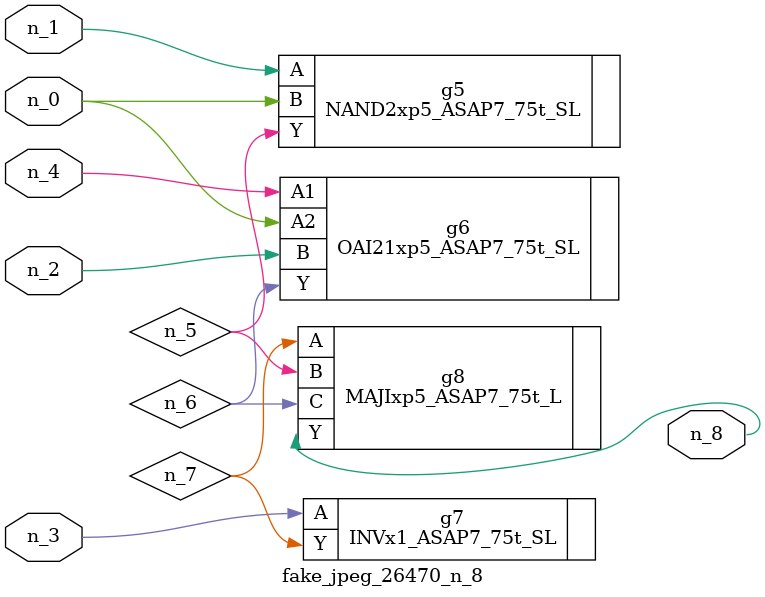
<source format=v>
module fake_jpeg_26470_n_8 (n_3, n_2, n_1, n_0, n_4, n_8);

input n_3;
input n_2;
input n_1;
input n_0;
input n_4;

output n_8;

wire n_6;
wire n_5;
wire n_7;

NAND2xp5_ASAP7_75t_SL g5 ( 
.A(n_1),
.B(n_0),
.Y(n_5)
);

OAI21xp5_ASAP7_75t_SL g6 ( 
.A1(n_4),
.A2(n_0),
.B(n_2),
.Y(n_6)
);

INVx1_ASAP7_75t_SL g7 ( 
.A(n_3),
.Y(n_7)
);

MAJIxp5_ASAP7_75t_L g8 ( 
.A(n_7),
.B(n_5),
.C(n_6),
.Y(n_8)
);


endmodule
</source>
